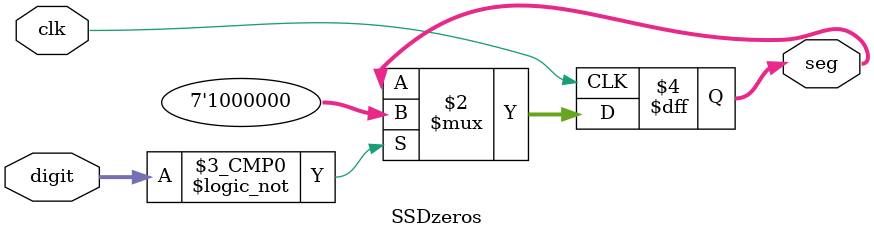
<source format=v>

`timescale 1ns/1ps


module SSDzeros (input clk, input [3:0] digit,  output reg [6:0] seg);

	always @ (posedge clk)

		case (digit)

			0: seg<=7'b1000000; //gfedcba

		endcase

endmodule

</source>
